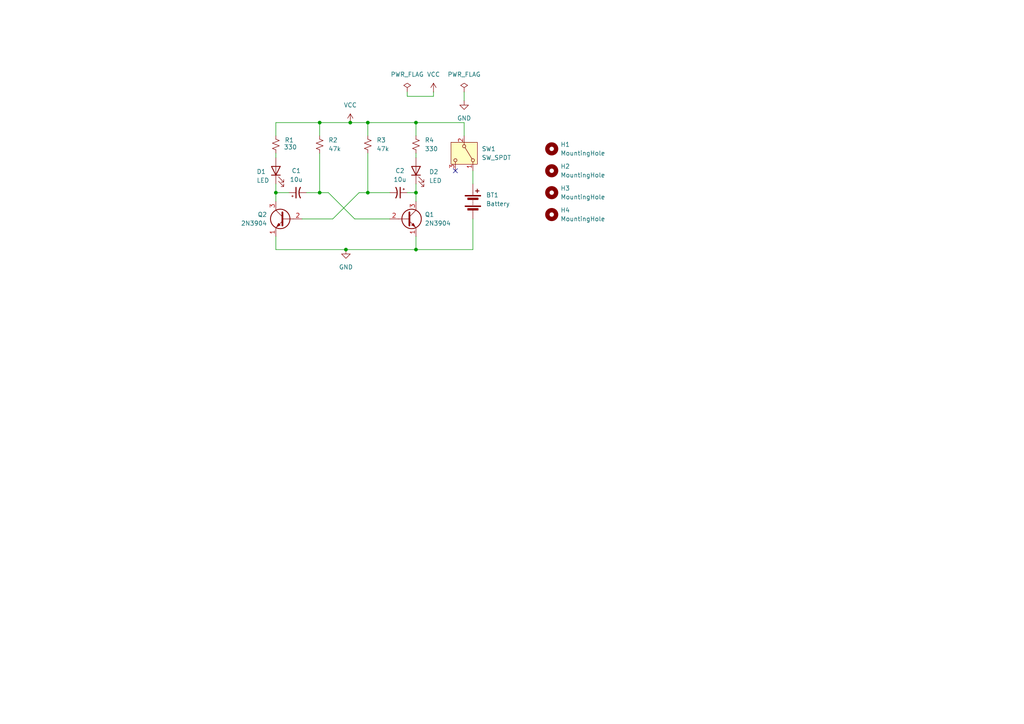
<source format=kicad_sch>
(kicad_sch (version 20250114) (generator "eeschema") (generator_version "9.0")
  (paper "A4")
  (title_block (title "LED Blinky Circuit") (date "2025-12-24") (rev "Rev 0.1") (company "Scott Wang"))
  (lib_symbols
    (symbol "Device:Battery" (pin_numbers (hide yes)) (pin_names (offset 0) (hide yes))
      (property "Reference" "BT" (at 2.54 2.54 0))
      (property "Value" "Battery" (at 2.54 0 0))
      (symbol "Battery_0_1"
        (rectangle (start -2.286 1.778) (end 2.286 1.524) (fill (type outline)))
        (rectangle (start -2.286 -1.27) (end 2.286 -1.524) (fill (type outline)))
        (rectangle (start -1.524 1.016) (end 1.524 0.508) (fill (type outline)))
        (rectangle (start -1.524 -2.032) (end 1.524 -2.54) (fill (type outline)))
        (polyline (pts (xy 0 1.778) (xy 0 2.54)))
        (polyline (pts (xy 0 0) (xy 0 0.254)))
        (polyline (pts (xy 0 -0.508) (xy 0 -0.254)))
        (polyline (pts (xy 0 -1.016) (xy 0 -0.762)))
        (polyline (pts (xy 0.762 3.048) (xy 1.778 3.048)) (stroke (width 0.254)))
        (polyline (pts (xy 1.27 3.556) (xy 1.27 2.54)) (stroke (width 0.254)))
      )
      (symbol "Battery_1_1"
        (pin passive line (at 0 5.08 270) (length 2.54) (name "+") (number "1"))
        (pin passive line (at 0 -5.08 90) (length 2.54) (name "-") (number "2"))
      )
    )
    (symbol "Device:C_Polarized_Small_US" (pin_numbers (hide yes)) (pin_names (offset 0.254) (hide yes))
      (property "Reference" "C" (at 0.254 1.778 0))
      (property "Value" "C_Polarized_Small_US" (at 0.254 -2.032 0))
      (symbol "C_Polarized_Small_US_0_1"
        (polyline (pts (xy -1.524 0.508) (xy 1.524 0.508)) (stroke (width 0.3048)))
        (polyline (pts (xy -1.27 1.524) (xy -0.762 1.524)))
        (polyline (pts (xy -1.016 1.27) (xy -1.016 1.778)))
        (arc (start -1.524 -0.762) (mid 0 -0.3734) (end 1.524 -0.762) (stroke (width 0.3048)))
      )
      (symbol "C_Polarized_Small_US_1_1"
        (pin passive line (at 0 2.54 270) (length 2.032) (name "~") (number "1"))
        (pin passive line (at 0 -2.54 90) (length 2.032) (name "~") (number "2"))
      )
    )
    (symbol "Device:LED" (pin_numbers (hide yes)) (pin_names (offset 1.016) (hide yes))
      (property "Reference" "D" (at 0 2.54 0))
      (property "Value" "LED" (at 0 -2.54 0))
      (symbol "LED_0_1"
        (polyline (pts (xy -3.048 -0.762) (xy -4.572 -2.286) (xy -3.81 -2.286) (xy -4.572 -2.286) (xy -4.572 -1.524)))
        (polyline (pts (xy -1.778 -0.762) (xy -3.302 -2.286) (xy -2.54 -2.286) (xy -3.302 -2.286) (xy -3.302 -1.524)))
        (polyline (pts (xy -1.27 0) (xy 1.27 0)))
        (polyline (pts (xy -1.27 -1.27) (xy -1.27 1.27)) (stroke (width 0.254)))
        (polyline (pts (xy 1.27 -1.27) (xy 1.27 1.27) (xy -1.27 0) (xy 1.27 -1.27)) (stroke (width 0.254)))
      )
      (symbol "LED_1_1"
        (pin passive line (at -3.81 0 0) (length 2.54) (name "K") (number "1"))
        (pin passive line (at 3.81 0 180) (length 2.54) (name "A") (number "2"))
      )
    )
    (symbol "Device:R_Small_US" (pin_numbers (hide yes)) (pin_names (offset 0.254) (hide yes))
      (property "Reference" "R" (at 0.762 0.508 0))
      (property "Value" "R_Small_US" (at 0.762 -1.016 0))
      (symbol "R_Small_US_1_1"
        (polyline (pts (xy 0 1.524) (xy 1.016 1.143) (xy 0 0.762) (xy -1.016 0.381) (xy 0 0)))
        (polyline (pts (xy 0 0) (xy 1.016 -0.381) (xy 0 -0.762) (xy -1.016 -1.143) (xy 0 -1.524)))
        (pin passive line (at 0 2.54 270) (length 1.016) (name "~") (number "1"))
        (pin passive line (at 0 -2.54 90) (length 1.016) (name "~") (number "2"))
      )
    )
    (symbol "Mechanical:MountingHole" (pin_names (offset 1.016)) (in_bom no)
      (property "Reference" "H" (at 0 5.08 0))
      (property "Value" "MountingHole" (at 0 3.175 0))
      (symbol "MountingHole_0_1"
        (circle (center 0 0) (radius 1.27) (stroke (width 1.27)))
      )
    )
    (symbol "Switch:SW_SPDT" (pin_names (offset 0) (hide yes))
      (property "Reference" "SW" (at 0 5.08 0))
      (property "Value" "SW_SPDT" (at 0 -5.08 0))
      (symbol "SW_SPDT_0_1"
        (circle (center -2.032 0) (radius 0.4572))
        (polyline (pts (xy -1.651 0.254) (xy 1.651 2.286)))
        (circle (center 2.032 2.54) (radius 0.4572))
        (circle (center 2.032 -2.54) (radius 0.4572))
      )
      (symbol "SW_SPDT_1_1"
        (rectangle (start -3.175 3.81) (end 3.175 -3.81) (fill (type background)))
        (pin passive line (at -5.08 0 0) (length 2.54) (name "B") (number "2"))
        (pin passive line (at 5.08 2.54 180) (length 2.54) (name "A") (number "1"))
        (pin passive line (at 5.08 -2.54 180) (length 2.54) (name "C") (number "3"))
      )
    )
    (symbol "Transistor_BJT:2N3904" (pin_names (offset 0) (hide yes))
      (property "Reference" "Q" (at 5.08 1.905 0))
      (property "Value" "2N3904" (at 5.08 0 0))
      (symbol "2N3904_0_1"
        (polyline (pts (xy -2.54 0) (xy 0.635 0)))
        (polyline (pts (xy 0.635 1.905) (xy 0.635 -1.905)) (stroke (width 0.508)))
        (circle (center 1.27 0) (radius 2.8194) (stroke (width 0.254)))
      )
      (symbol "2N3904_1_1"
        (polyline (pts (xy 0.635 0.635) (xy 2.54 2.54)))
        (polyline (pts (xy 0.635 -0.635) (xy 2.54 -2.54)))
        (polyline (pts (xy 1.27 -1.778) (xy 1.778 -1.27) (xy 2.286 -2.286) (xy 1.27 -1.778)) (fill (type outline)))
        (pin input line (at -5.08 0 0) (length 2.54) (name "B") (number "2"))
        (pin passive line (at 2.54 5.08 270) (length 2.54) (name "C") (number "3"))
        (pin passive line (at 2.54 -5.08 90) (length 2.54) (name "E") (number "1"))
      )
    )
    (symbol "power:GND" (power) (pin_numbers (hide yes)) (pin_names (offset 0) (hide yes))
      (property "Value" "GND" (at 0 -3.81 0))
      (symbol "GND_0_1"
        (polyline (pts (xy 0 0) (xy 0 -1.27) (xy 1.27 -1.27) (xy 0 -2.54) (xy -1.27 -1.27) (xy 0 -1.27)))
      )
      (symbol "GND_1_1"
        (pin power_in line (at 0 0 270) (length 0) (name "~") (number "1"))
      )
    )
    (symbol "power:PWR_FLAG" (power) (pin_numbers (hide yes)) (pin_names (offset 0) (hide yes))
      (property "Value" "PWR_FLAG" (at 0 3.81 0))
      (symbol "PWR_FLAG_0_0"
        (pin power_out line (at 0 0 90) (length 0) (name "~") (number "1"))
      )
      (symbol "PWR_FLAG_0_1"
        (polyline (pts (xy 0 0) (xy 0 1.27) (xy -1.016 1.905) (xy 0 2.54) (xy 1.016 1.905) (xy 0 1.27)))
      )
    )
    (symbol "power:VCC" (power) (pin_numbers (hide yes)) (pin_names (offset 0) (hide yes))
      (property "Value" "VCC" (at 0 3.556 0))
      (symbol "VCC_0_1"
        (polyline (pts (xy -0.762 1.27) (xy 0 2.54)))
        (polyline (pts (xy 0 2.54) (xy 0.762 1.27)))
        (polyline (pts (xy 0 0) (xy 0 2.54)))
      )
      (symbol "VCC_1_1"
        (pin power_in line (at 0 0 90) (length 0) (name "~") (number "1"))
      )
    )
  )
  (junction (at 80.01 55.88))
  (junction (at 120.65 35.56))
  (junction (at 106.68 35.56))
  (junction (at 100.33 72.39))
  (junction (at 106.68 55.88))
  (junction (at 120.65 72.39))
  (junction (at 92.71 55.88))
  (junction (at 101.6 35.56))
  (junction (at 120.65 55.88))
  (junction (at 92.71 35.56))
  (no_connect (at 132.08 49.53))
  (wire (pts (xy 120.65 55.88) (xy 118.11 55.88)))
  (wire (pts (xy 134.62 35.56) (xy 134.62 39.37)))
  (wire (pts (xy 120.65 68.58) (xy 120.65 72.39)))
  (wire (pts (xy 120.65 44.45) (xy 120.65 45.72)))
  (wire (pts (xy 118.11 26.67) (xy 118.11 27.94)))
  (wire (pts (xy 137.16 63.5) (xy 137.16 72.39)))
  (wire (pts (xy 134.62 26.67) (xy 134.62 29.21)))
  (wire (pts (xy 118.11 27.94) (xy 125.73 27.94)))
  (wire (pts (xy 95.25 55.88) (xy 102.87 63.5)))
  (wire (pts (xy 80.01 55.88) (xy 80.01 58.42)))
  (wire (pts (xy 106.68 35.56) (xy 120.65 35.56)))
  (wire (pts (xy 137.16 49.53) (xy 137.16 53.34)))
  (wire (pts (xy 120.65 35.56) (xy 134.62 35.56)))
  (wire (pts (xy 120.65 72.39) (xy 100.33 72.39)))
  (wire (pts (xy 120.65 35.56) (xy 120.65 39.37)))
  (wire (pts (xy 101.6 35.56) (xy 106.68 35.56)))
  (wire (pts (xy 80.01 72.39) (xy 80.01 68.58)))
  (wire (pts (xy 102.87 63.5) (xy 113.03 63.5)))
  (wire (pts (xy 92.71 55.88) (xy 88.9 55.88)))
  (wire (pts (xy 80.01 53.34) (xy 80.01 55.88)))
  (wire (pts (xy 106.68 55.88) (xy 113.03 55.88)))
  (wire (pts (xy 80.01 44.45) (xy 80.01 45.72)))
  (wire (pts (xy 137.16 72.39) (xy 120.65 72.39)))
  (wire (pts (xy 125.73 27.94) (xy 125.73 26.67)))
  (wire (pts (xy 92.71 35.56) (xy 92.71 39.37)))
  (wire (pts (xy 106.68 35.56) (xy 106.68 39.37)))
  (wire (pts (xy 80.01 55.88) (xy 83.82 55.88)))
  (wire (pts (xy 92.71 55.88) (xy 95.25 55.88)))
  (wire (pts (xy 87.63 63.5) (xy 96.52 63.5)))
  (wire (pts (xy 120.65 55.88) (xy 120.65 58.42)))
  (wire (pts (xy 106.68 44.45) (xy 106.68 55.88)))
  (wire (pts (xy 80.01 35.56) (xy 92.71 35.56)))
  (wire (pts (xy 92.71 35.56) (xy 101.6 35.56)))
  (wire (pts (xy 106.68 55.88) (xy 104.14 55.88)))
  (wire (pts (xy 100.33 72.39) (xy 80.01 72.39)))
  (wire (pts (xy 92.71 44.45) (xy 92.71 55.88)))
  (wire (pts (xy 120.65 53.34) (xy 120.65 55.88)))
  (wire (pts (xy 80.01 39.37) (xy 80.01 35.56)))
  (wire (pts (xy 104.14 55.88) (xy 96.52 63.5)))
  (symbol (lib_id "Device:R_Small_US") (at 106.68 41.91 0) (unit 1)
    (property "Reference" "R3" (at 109.22 40.6399 0) (effects (justify left)))
    (property "Value" "47k" (at 109.22 43.1799 0) (effects (justify left)))
    (property "Footprint" "Resistor_THT:R_Axial_DIN0207_L6.3mm_D2.5mm_P10.16mm_Horizontal" (effects (hide yes)))
    (property "Description" "Resistor, small US symbol" (effects (hide yes)))
  )
  (symbol (lib_id "Device:R_Small_US") (at 120.65 41.91 0) (unit 1)
    (property "Reference" "R4" (at 123.19 40.6399 0) (effects (justify left)))
    (property "Value" "330" (at 123.19 43.1799 0) (effects (justify left)))
    (property "Footprint" "Resistor_THT:R_Axial_DIN0207_L6.3mm_D2.5mm_P10.16mm_Horizontal" (effects (hide yes)))
    (property "Description" "Resistor, small US symbol" (effects (hide yes)))
  )
  (symbol (lib_id "Device:R_Small_US") (at 80.01 41.91 0) (unit 1)
    (property "Reference" "R1" (at 82.55 40.6399 0) (effects (justify left)))
    (property "Value" "330" (at 82.296 42.672 0) (effects (justify left)))
    (property "Footprint" "Resistor_THT:R_Axial_DIN0207_L6.3mm_D2.5mm_P10.16mm_Horizontal" (effects (hide yes)))
    (property "Description" "Resistor, small US symbol" (effects (hide yes)))
  )
  (symbol (lib_id "Transistor_BJT:2N3904") (at 118.11 63.5 0) (unit 1)
    (property "Reference" "Q1" (at 123.19 62.2299 0) (effects (justify left)))
    (property "Value" "2N3904" (at 123.19 64.7699 0) (effects (justify left)))
    (property "Footprint" "Package_TO_SOT_THT:TO-92_Inline" (effects (hide yes)))
    (property "Datasheet" "https://www.onsemi.com/pub/Collateral/2N3903-D.PDF" (effects (hide yes)))
    (property "Description" "0.2A Ic, 40V Vce, Small Signal NPN Transistor, TO-92" (effects (hide yes)))
  )
  (symbol (lib_id "Device:R_Small_US") (at 92.71 41.91 0) (unit 1)
    (property "Reference" "R2" (at 95.25 40.6399 0) (effects (justify left)))
    (property "Value" "47k" (at 95.25 43.1799 0) (effects (justify left)))
    (property "Footprint" "Resistor_THT:R_Axial_DIN0207_L6.3mm_D2.5mm_P10.16mm_Horizontal" (effects (hide yes)))
    (property "Description" "Resistor, small US symbol" (effects (hide yes)))
  )
  (symbol (lib_id "Device:Battery") (at 137.16 58.42 0) (unit 1)
    (property "Reference" "BT1" (at 140.97 56.5784 0) (effects (justify left)))
    (property "Value" "Battery" (at 140.97 59.1184 0) (effects (justify left)))
    (property "Footprint" "Battery:BatteryHolder_Keystone_2479_3xAAA" (effects (hide yes)))
    (property "Description" "Multiple-cell battery" (effects (hide yes)))
  )
  (symbol (lib_id "Mechanical:MountingHole") (at 160.02 49.53 0) (unit 1) (in_bom no)
    (property "Reference" "H2" (at 162.56 48.2599 0) (effects (justify left)))
    (property "Value" "MountingHole" (at 162.56 50.7999 0) (effects (justify left)))
    (property "Footprint" "MountingHole:MountingHole_3.2mm_M3" (effects (hide yes)))
    (property "Description" "Mounting Hole without connection" (effects (hide yes)))
  )
  (symbol (lib_id "power:VCC") (at 125.73 26.67 0) (unit 1)
    (property "Reference" "#PWR04" (effects (hide yes)))
    (property "Value" "VCC" (at 125.73 21.59 0))
    (property "Description" "Power symbol creates a global label with name \"VCC\"" (effects (hide yes)))
  )
  (symbol (lib_id "power:GND") (at 100.33 72.39 0) (unit 1)
    (property "Reference" "#PWR01" (effects (hide yes)))
    (property "Value" "GND" (at 100.33 77.47 0))
    (property "Description" "Power symbol creates a global label with name \"GND\" , ground" (effects (hide yes)))
  )
  (symbol (lib_id "Mechanical:MountingHole") (at 160.02 62.23 0) (unit 1) (in_bom no)
    (property "Reference" "H4" (at 162.56 60.9599 0) (effects (justify left)))
    (property "Value" "MountingHole" (at 162.56 63.4999 0) (effects (justify left)))
    (property "Footprint" "MountingHole:MountingHole_3.2mm_M3" (effects (hide yes)))
    (property "Description" "Mounting Hole without connection" (effects (hide yes)))
  )
  (symbol (lib_id "Transistor_BJT:2N3904") (at 82.55 63.5 0) (mirror y) (unit 1)
    (property "Reference" "Q2" (at 77.47 62.2299 0) (effects (justify left)))
    (property "Value" "2N3904" (at 77.47 64.7699 0) (effects (justify left)))
    (property "Footprint" "Package_TO_SOT_THT:TO-92_Inline" (effects (hide yes)))
    (property "Datasheet" "https://www.onsemi.com/pub/Collateral/2N3903-D.PDF" (effects (hide yes)))
    (property "Description" "0.2A Ic, 40V Vce, Small Signal NPN Transistor, TO-92" (effects (hide yes)))
  )
  (symbol (lib_id "Mechanical:MountingHole") (at 160.02 55.88 0) (unit 1) (in_bom no)
    (property "Reference" "H3" (at 162.56 54.6099 0) (effects (justify left)))
    (property "Value" "MountingHole" (at 162.56 57.1499 0) (effects (justify left)))
    (property "Footprint" "MountingHole:MountingHole_3.2mm_M3" (effects (hide yes)))
    (property "Description" "Mounting Hole without connection" (effects (hide yes)))
  )
  (symbol (lib_id "power:VCC") (at 101.6 35.56 0) (unit 1)
    (property "Reference" "#PWR02" (effects (hide yes)))
    (property "Value" "VCC" (at 101.6 30.48 0))
    (property "Description" "Power symbol creates a global label with name \"VCC\"" (effects (hide yes)))
  )
  (symbol (lib_id "power:PWR_FLAG") (at 134.62 26.67 0) (unit 1)
    (property "Reference" "#FLG02" (effects (hide yes)))
    (property "Value" "PWR_FLAG" (at 134.62 21.59 0))
    (property "Description" "Special symbol for telling ERC where power comes from" (effects (hide yes)))
  )
  (symbol (lib_id "Device:C_Polarized_Small_US") (at 115.57 55.88 270) (unit 1)
    (property "Reference" "C2" (at 116.0018 49.53 90))
    (property "Value" "10u" (at 116.0018 52.07 90))
    (property "Footprint" "Capacitor_THT:CP_Radial_D6.3mm_P2.50mm" (effects (hide yes)))
    (property "Description" "Polarized capacitor, small US symbol" (effects (hide yes)))
  )
  (symbol (lib_id "Device:LED") (at 80.01 49.53 90) (unit 1)
    (property "Reference" "D1" (at 74.422 49.784 90) (effects (justify right)))
    (property "Value" "LED" (at 74.422 52.324 90) (effects (justify right)))
    (property "Footprint" "LED_THT:LED_D5.0mm" (effects (hide yes)))
    (property "Description" "Light emitting diode" (effects (hide yes)))
    (property "Sim.Pins" "1=K 2=A" (effects (hide yes)))
  )
  (symbol (lib_id "Device:C_Polarized_Small_US") (at 86.36 55.88 90) (unit 1)
    (property "Reference" "C1" (at 85.9282 49.53 90))
    (property "Value" "10u" (at 85.9282 52.07 90))
    (property "Footprint" "Capacitor_THT:CP_Radial_D6.3mm_P2.50mm" (effects (hide yes)))
    (property "Description" "Polarized capacitor, small US symbol" (effects (hide yes)))
  )
  (symbol (lib_id "Switch:SW_SPDT") (at 134.62 44.45 270) (unit 1)
    (property "Reference" "SW1" (at 139.7 43.1799 90) (effects (justify left)))
    (property "Value" "SW_SPDT" (at 139.7 45.7199 90) (effects (justify left)))
    (property "Footprint" "Button_Switch_THT:SW_E-Switch_EG1224_SPDT_Angled" (effects (hide yes)))
    (property "Description" "Switch, single pole double throw" (effects (hide yes)))
  )
  (symbol (lib_id "power:GND") (at 134.62 29.21 0) (unit 1)
    (property "Reference" "#PWR05" (effects (hide yes)))
    (property "Value" "GND" (at 134.62 34.29 0))
    (property "Description" "Power symbol creates a global label with name \"GND\" , ground" (effects (hide yes)))
  )
  (symbol (lib_id "Device:LED") (at 120.65 49.53 90) (unit 1)
    (property "Reference" "D2" (at 124.46 49.8474 90) (effects (justify right)))
    (property "Value" "LED" (at 124.46 52.3874 90) (effects (justify right)))
    (property "Footprint" "LED_THT:LED_D5.0mm" (effects (hide yes)))
    (property "Description" "Light emitting diode" (effects (hide yes)))
    (property "Sim.Pins" "1=K 2=A" (effects (hide yes)))
  )
  (symbol (lib_id "power:PWR_FLAG") (at 118.11 26.67 0) (unit 1)
    (property "Reference" "#FLG01" (effects (hide yes)))
    (property "Value" "PWR_FLAG" (at 118.11 21.59 0))
    (property "Description" "Special symbol for telling ERC where power comes from" (effects (hide yes)))
  )
  (symbol (lib_id "Mechanical:MountingHole") (at 160.02 43.18 0) (unit 1) (in_bom no)
    (property "Reference" "H1" (at 162.56 41.9099 0) (effects (justify left)))
    (property "Value" "MountingHole" (at 162.56 44.4499 0) (effects (justify left)))
    (property "Footprint" "MountingHole:MountingHole_3.2mm_M3" (effects (hide yes)))
    (property "Description" "Mounting Hole without connection" (effects (hide yes)))
  )
)
</source>
